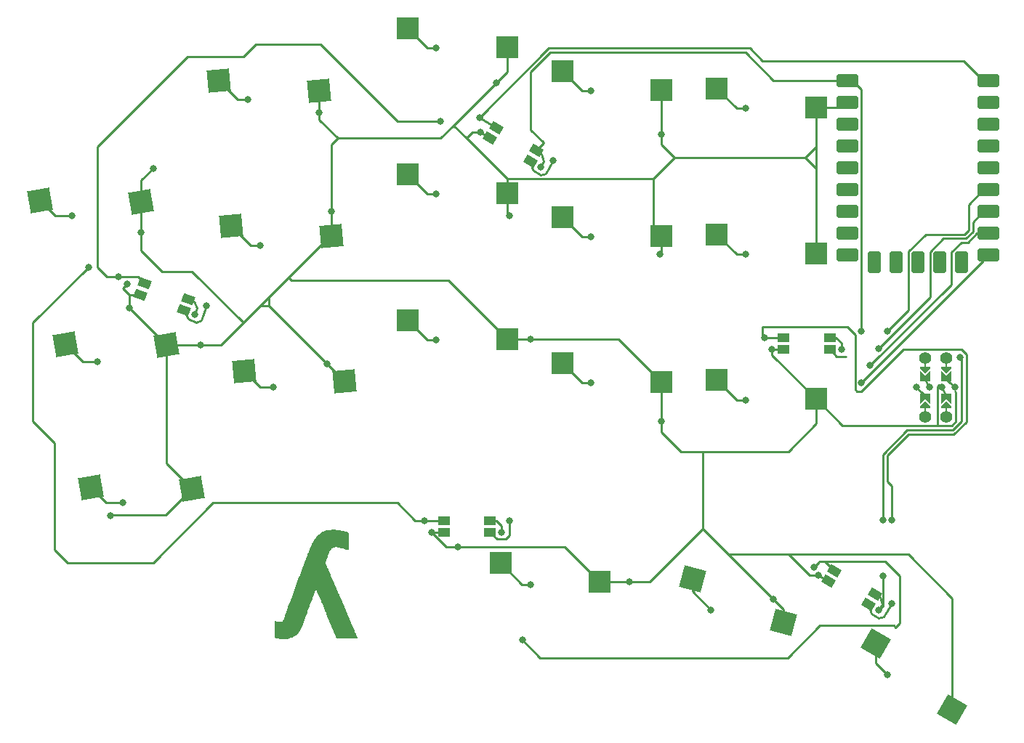
<source format=gbr>
%TF.GenerationSoftware,KiCad,Pcbnew,9.0.3*%
%TF.CreationDate,2025-07-20T18:48:35+02:00*%
%TF.ProjectId,kdb-v1,6b64622d-7631-42e6-9b69-6361645f7063,v1.0.0*%
%TF.SameCoordinates,Original*%
%TF.FileFunction,Copper,L2,Bot*%
%TF.FilePolarity,Positive*%
%FSLAX46Y46*%
G04 Gerber Fmt 4.6, Leading zero omitted, Abs format (unit mm)*
G04 Created by KiCad (PCBNEW 9.0.3) date 2025-07-20 18:48:35*
%MOMM*%
%LPD*%
G01*
G04 APERTURE LIST*
G04 Aperture macros list*
%AMRoundRect*
0 Rectangle with rounded corners*
0 $1 Rounding radius*
0 $2 $3 $4 $5 $6 $7 $8 $9 X,Y pos of 4 corners*
0 Add a 4 corners polygon primitive as box body*
4,1,4,$2,$3,$4,$5,$6,$7,$8,$9,$2,$3,0*
0 Add four circle primitives for the rounded corners*
1,1,$1+$1,$2,$3*
1,1,$1+$1,$4,$5*
1,1,$1+$1,$6,$7*
1,1,$1+$1,$8,$9*
0 Add four rect primitives between the rounded corners*
20,1,$1+$1,$2,$3,$4,$5,0*
20,1,$1+$1,$4,$5,$6,$7,0*
20,1,$1+$1,$6,$7,$8,$9,0*
20,1,$1+$1,$8,$9,$2,$3,0*%
%AMRotRect*
0 Rectangle, with rotation*
0 The origin of the aperture is its center*
0 $1 length*
0 $2 width*
0 $3 Rotation angle, in degrees counterclockwise*
0 Add horizontal line*
21,1,$1,$2,0,0,$3*%
%AMFreePoly0*
4,1,5,0.125000,-0.500000,-0.125000,-0.500000,-0.125000,0.500000,0.125000,0.500000,0.125000,-0.500000,0.125000,-0.500000,$1*%
%AMFreePoly1*
4,1,6,0.600000,-0.200000,0.600000,-0.400000,-0.600000,-0.400000,-0.600000,-0.200000,0.000000,0.400000,0.600000,-0.200000,0.600000,-0.200000,$1*%
%AMFreePoly2*
4,1,45,1.052606,1.104490,1.087370,1.070282,1.106397,1.025374,1.106791,0.976602,1.088490,0.931394,1.073098,0.912327,0.089098,-0.087673,0.070282,-0.103370,0.069811,-0.103568,0.069446,-0.103934,0.047313,-0.113101,0.025375,-0.122398,0.024859,-0.122401,0.024386,-0.122598,0.000555,-0.122598,-0.023397,-0.122791,-0.023874,-0.122598,-0.024386,-0.122598,-0.046532,-0.113424,-0.068606,-0.104490,
-0.068969,-0.104131,-0.069446,-0.103934,-0.086425,-0.086954,-0.103370,-0.070282,-0.103568,-0.069811,-0.103934,-0.069446,-0.113101,-0.047313,-0.122398,-0.025375,-0.122402,-0.024858,-0.122598,-0.024386,-0.122598,-0.000554,-0.122791,0.023397,-0.122598,0.023873,-0.122598,0.024386,-0.113424,0.046532,-0.104490,0.068606,-0.104063,0.069132,-0.103934,0.069446,-0.103295,0.070084,-0.089098,0.087673,
0.894901,1.087672,0.913717,1.103370,0.958625,1.122397,1.007397,1.122791,1.052606,1.104490,1.052606,1.104490,$1*%
%AMFreePoly3*
4,1,6,0.600000,-1.000000,0.000000,-0.400000,-0.600000,-1.000000,-0.600000,0.250000,0.600000,0.250000,0.600000,-1.000000,0.600000,-1.000000,$1*%
%AMFreePoly4*
4,1,45,1.045199,0.608994,1.082250,0.577277,1.104344,0.533797,1.108117,0.485170,1.092994,0.438801,1.061277,0.401750,1.040625,0.388561,0.056625,-0.111439,0.033797,-0.120344,0.028915,-0.120721,0.024386,-0.122598,0.004748,-0.122598,-0.014829,-0.124117,-0.019487,-0.122598,-0.024386,-0.122598,-0.042537,-0.115079,-0.061199,-0.108994,-0.064918,-0.105809,-0.069446,-0.103934,-0.083338,-0.090041,
-0.098250,-0.077278,-0.100467,-0.072912,-0.103934,-0.069446,-0.111455,-0.051287,-0.120344,-0.033797,-0.120721,-0.028915,-0.122598,-0.024386,-0.122598,-0.004747,-0.124117,0.014829,-0.122598,0.019486,-0.122598,0.024386,-0.115079,0.042537,-0.108994,0.061199,-0.105809,0.064918,-0.103934,0.069446,-0.090041,0.083338,-0.077278,0.098250,-0.071336,0.102043,-0.069446,0.103934,-0.066399,0.105195,
-0.056625,0.111439,0.927374,0.611438,0.950203,0.620344,0.998829,0.624117,1.045199,0.608994,1.045199,0.608994,$1*%
G04 Aperture macros list end*
%TA.AperFunction,EtchedComponent*%
%ADD10C,0.000000*%
%TD*%
%TA.AperFunction,SMDPad,CuDef*%
%ADD11R,2.600000X2.600000*%
%TD*%
%TA.AperFunction,SMDPad,CuDef*%
%ADD12RotRect,2.600000X2.600000X5.000000*%
%TD*%
%TA.AperFunction,ComponentPad*%
%ADD13RoundRect,0.400000X-0.900000X-0.400000X0.900000X-0.400000X0.900000X0.400000X-0.900000X0.400000X0*%
%TD*%
%TA.AperFunction,ComponentPad*%
%ADD14RoundRect,0.400050X-0.899950X-0.400050X0.899950X-0.400050X0.899950X0.400050X-0.899950X0.400050X0*%
%TD*%
%TA.AperFunction,ComponentPad*%
%ADD15RoundRect,0.400000X-0.400000X-0.900000X0.400000X-0.900000X0.400000X0.900000X-0.400000X0.900000X0*%
%TD*%
%TA.AperFunction,ComponentPad*%
%ADD16RoundRect,0.393700X-0.393700X-0.906300X0.393700X-0.906300X0.393700X0.906300X-0.393700X0.906300X0*%
%TD*%
%TA.AperFunction,SMDPad,CuDef*%
%ADD17RotRect,2.600000X2.600000X330.000000*%
%TD*%
%TA.AperFunction,SMDPad,CuDef*%
%ADD18RotRect,2.600000X2.600000X345.000000*%
%TD*%
%TA.AperFunction,SMDPad,CuDef*%
%ADD19RotRect,2.600000X2.600000X10.000000*%
%TD*%
%TA.AperFunction,ComponentPad*%
%ADD20C,1.400000*%
%TD*%
%TA.AperFunction,SMDPad,CuDef*%
%ADD21FreePoly0,180.000000*%
%TD*%
%TA.AperFunction,SMDPad,CuDef*%
%ADD22FreePoly1,180.000000*%
%TD*%
%TA.AperFunction,SMDPad,CuDef*%
%ADD23FreePoly1,0.000000*%
%TD*%
%TA.AperFunction,SMDPad,CuDef*%
%ADD24FreePoly0,0.000000*%
%TD*%
%TA.AperFunction,SMDPad,CuDef*%
%ADD25FreePoly2,270.000000*%
%TD*%
%TA.AperFunction,SMDPad,CuDef*%
%ADD26FreePoly3,180.000000*%
%TD*%
%TA.AperFunction,ComponentPad*%
%ADD27C,0.800000*%
%TD*%
%TA.AperFunction,SMDPad,CuDef*%
%ADD28FreePoly4,90.000000*%
%TD*%
%TA.AperFunction,SMDPad,CuDef*%
%ADD29FreePoly3,0.000000*%
%TD*%
%TA.AperFunction,SMDPad,CuDef*%
%ADD30FreePoly4,270.000000*%
%TD*%
%TA.AperFunction,SMDPad,CuDef*%
%ADD31FreePoly2,90.000000*%
%TD*%
%TA.AperFunction,SMDPad,CuDef*%
%ADD32R,1.400000X1.000000*%
%TD*%
%TA.AperFunction,SMDPad,CuDef*%
%ADD33RotRect,1.400000X1.000000X330.000000*%
%TD*%
%TA.AperFunction,SMDPad,CuDef*%
%ADD34RotRect,1.400000X1.000000X340.000000*%
%TD*%
%TA.AperFunction,ViaPad*%
%ADD35C,0.800000*%
%TD*%
%TA.AperFunction,Conductor*%
%ADD36C,0.250000*%
%TD*%
G04 APERTURE END LIST*
D10*
%TA.AperFunction,EtchedComponent*%
%TO.C,G\u002A\u002A\u002A*%
G36*
X124174881Y-99636141D02*
G01*
X124355594Y-99644683D01*
X124530044Y-99658570D01*
X124694299Y-99677666D01*
X124844429Y-99701833D01*
X124976499Y-99730933D01*
X124988533Y-99734044D01*
X125097173Y-99761579D01*
X125188582Y-99783516D01*
X125266687Y-99800669D01*
X125335411Y-99813855D01*
X125398679Y-99823891D01*
X125460416Y-99831593D01*
X125504804Y-99836673D01*
X125541497Y-99842533D01*
X125571201Y-99851013D01*
X125600347Y-99864579D01*
X125635364Y-99885695D01*
X125682680Y-99916829D01*
X125792405Y-99989763D01*
X125792405Y-101003308D01*
X125792401Y-101101279D01*
X125792358Y-101263756D01*
X125792249Y-101405820D01*
X125792046Y-101528824D01*
X125791724Y-101634124D01*
X125791255Y-101723071D01*
X125790614Y-101797022D01*
X125789774Y-101857328D01*
X125788708Y-101905346D01*
X125787390Y-101942427D01*
X125785794Y-101969928D01*
X125783893Y-101989200D01*
X125781661Y-102001599D01*
X125779071Y-102008479D01*
X125776096Y-102011192D01*
X125772711Y-102011094D01*
X125767609Y-102009630D01*
X125742412Y-102002493D01*
X125700524Y-101990678D01*
X125645336Y-101975141D01*
X125580240Y-101956838D01*
X125508627Y-101936722D01*
X125479476Y-101928485D01*
X125406898Y-101907522D01*
X125340342Y-101887684D01*
X125283730Y-101870173D01*
X125240984Y-101856194D01*
X125216027Y-101846949D01*
X125202943Y-101842155D01*
X125167391Y-101831231D01*
X125115878Y-101816638D01*
X125051963Y-101799300D01*
X124979209Y-101780139D01*
X124901174Y-101760078D01*
X124821419Y-101740038D01*
X124743504Y-101720943D01*
X124670990Y-101703714D01*
X124607437Y-101689274D01*
X124577191Y-101683546D01*
X124507556Y-101674430D01*
X124427419Y-101667751D01*
X124344555Y-101663942D01*
X124266739Y-101663437D01*
X124201746Y-101666668D01*
X124174566Y-101669572D01*
X124119828Y-101678125D01*
X124063030Y-101691292D01*
X123998017Y-101710613D01*
X123918635Y-101737633D01*
X123911885Y-101740797D01*
X123884678Y-101759874D01*
X123847491Y-101791489D01*
X123803692Y-101832253D01*
X123756650Y-101878777D01*
X123709733Y-101927675D01*
X123666309Y-101975558D01*
X123629745Y-102019037D01*
X123603411Y-102054725D01*
X123577083Y-102097760D01*
X123545420Y-102157101D01*
X123512479Y-102227248D01*
X123477746Y-102309583D01*
X123440713Y-102405486D01*
X123400867Y-102516340D01*
X123357698Y-102643526D01*
X123310694Y-102788426D01*
X123259345Y-102952421D01*
X123203140Y-103136893D01*
X123089519Y-103513999D01*
X123111829Y-103566507D01*
X123112420Y-103567896D01*
X123122810Y-103592278D01*
X123141399Y-103635845D01*
X123167601Y-103697226D01*
X123200833Y-103775054D01*
X123240508Y-103867959D01*
X123286043Y-103974571D01*
X123336851Y-104093522D01*
X123392349Y-104223443D01*
X123451951Y-104362964D01*
X123515071Y-104510716D01*
X123581126Y-104665331D01*
X123649530Y-104825438D01*
X123719698Y-104989670D01*
X123791046Y-105156656D01*
X123862988Y-105325029D01*
X123934939Y-105493417D01*
X124006314Y-105660454D01*
X124076529Y-105824768D01*
X124144998Y-105984992D01*
X124211136Y-106139756D01*
X124274359Y-106287691D01*
X124334082Y-106427428D01*
X124389719Y-106557597D01*
X124440686Y-106676830D01*
X124486397Y-106783758D01*
X124526268Y-106877011D01*
X124559305Y-106954277D01*
X124608659Y-107069716D01*
X124663784Y-107198659D01*
X124724235Y-107340071D01*
X124789570Y-107492915D01*
X124859347Y-107656154D01*
X124933122Y-107828753D01*
X125010452Y-108009674D01*
X125090895Y-108197882D01*
X125174008Y-108392340D01*
X125259347Y-108592011D01*
X125346469Y-108795860D01*
X125434933Y-109002850D01*
X125524294Y-109211943D01*
X125614111Y-109422105D01*
X125703940Y-109632299D01*
X125793338Y-109841487D01*
X125881862Y-110048634D01*
X125969069Y-110252704D01*
X126054517Y-110452660D01*
X126137763Y-110647465D01*
X126218364Y-110836083D01*
X126295876Y-111017478D01*
X126369857Y-111190613D01*
X126439864Y-111354453D01*
X126505454Y-111507959D01*
X126566184Y-111650097D01*
X126621612Y-111779830D01*
X126671293Y-111896120D01*
X126714787Y-111997933D01*
X126751648Y-112084231D01*
X126781436Y-112153979D01*
X126803706Y-112206139D01*
X126818016Y-112239675D01*
X126823923Y-112253551D01*
X126839318Y-112290126D01*
X125598427Y-112289836D01*
X124357536Y-112289547D01*
X123209750Y-109507315D01*
X123136290Y-109329261D01*
X123017343Y-109041019D01*
X122906516Y-108772546D01*
X122803530Y-108523181D01*
X122708109Y-108292262D01*
X122619975Y-108079129D01*
X122538852Y-107883121D01*
X122464462Y-107703575D01*
X122396528Y-107539832D01*
X122334772Y-107391229D01*
X122278919Y-107257105D01*
X122228689Y-107136800D01*
X122183807Y-107029651D01*
X122143995Y-106934999D01*
X122108976Y-106852181D01*
X122078473Y-106780537D01*
X122052208Y-106719404D01*
X122029904Y-106668123D01*
X122011285Y-106626032D01*
X121996073Y-106592469D01*
X121983990Y-106566773D01*
X121974760Y-106548284D01*
X121968105Y-106536340D01*
X121963749Y-106530279D01*
X121961414Y-106529441D01*
X121959540Y-106534135D01*
X121950539Y-106558139D01*
X121934464Y-106601551D01*
X121911701Y-106663317D01*
X121882636Y-106742384D01*
X121847654Y-106837698D01*
X121807141Y-106948205D01*
X121761483Y-107072852D01*
X121711067Y-107210583D01*
X121656278Y-107360345D01*
X121597501Y-107521084D01*
X121535123Y-107691747D01*
X121469530Y-107871280D01*
X121401107Y-108058627D01*
X121330240Y-108252737D01*
X121257315Y-108452554D01*
X121218621Y-108558553D01*
X121145508Y-108758598D01*
X121074096Y-108953680D01*
X121004812Y-109142644D01*
X120938086Y-109324333D01*
X120874343Y-109497591D01*
X120814014Y-109661260D01*
X120757525Y-109814186D01*
X120705304Y-109955210D01*
X120657779Y-110083177D01*
X120615379Y-110196930D01*
X120578531Y-110295313D01*
X120547664Y-110377170D01*
X120523204Y-110441343D01*
X120505581Y-110486676D01*
X120495222Y-110512013D01*
X120489987Y-110523953D01*
X120460972Y-110591411D01*
X120428182Y-110669300D01*
X120395260Y-110748901D01*
X120365853Y-110821495D01*
X120356335Y-110845159D01*
X120328361Y-110913150D01*
X120300026Y-110980088D01*
X120274165Y-111039329D01*
X120253618Y-111084232D01*
X120239159Y-111112750D01*
X120202816Y-111176861D01*
X120156042Y-111252800D01*
X120101318Y-111336942D01*
X120041125Y-111425663D01*
X119977944Y-111515339D01*
X119914256Y-111602343D01*
X119852541Y-111683053D01*
X119795281Y-111753844D01*
X119700985Y-111854608D01*
X119575303Y-111963231D01*
X119434447Y-112061668D01*
X119282037Y-112147145D01*
X119208872Y-112180198D01*
X119111912Y-112217660D01*
X119004060Y-112254266D01*
X118891346Y-112288211D01*
X118779795Y-112317690D01*
X118675437Y-112340900D01*
X118584297Y-112356035D01*
X118570687Y-112357540D01*
X118518464Y-112361220D01*
X118449703Y-112364009D01*
X118368809Y-112365895D01*
X118280187Y-112366868D01*
X118188240Y-112366918D01*
X118097374Y-112366035D01*
X118011993Y-112364208D01*
X117936501Y-112361428D01*
X117875303Y-112357683D01*
X117812751Y-112352326D01*
X117744352Y-112345252D01*
X117681061Y-112336840D01*
X117617513Y-112326171D01*
X117548345Y-112312327D01*
X117468192Y-112294389D01*
X117371692Y-112271438D01*
X117160682Y-112220375D01*
X117160682Y-111242187D01*
X117160682Y-110263999D01*
X117186003Y-110269759D01*
X117202542Y-110272960D01*
X117238224Y-110279313D01*
X117288340Y-110287964D01*
X117348826Y-110298215D01*
X117415621Y-110309362D01*
X117441165Y-110313549D01*
X117522992Y-110326011D01*
X117592663Y-110334538D01*
X117657900Y-110339799D01*
X117726425Y-110342465D01*
X117805960Y-110343205D01*
X117848088Y-110342942D01*
X117909049Y-110341597D01*
X117960917Y-110339305D01*
X117999221Y-110336285D01*
X118019490Y-110332755D01*
X118041656Y-110316315D01*
X118058983Y-110287861D01*
X118062956Y-110278128D01*
X118081284Y-110244666D01*
X118104708Y-110211093D01*
X118121738Y-110188267D01*
X118149643Y-110147232D01*
X118175672Y-110105477D01*
X118192343Y-110077856D01*
X118224286Y-110027195D01*
X118254399Y-109981684D01*
X118255693Y-109979787D01*
X118302029Y-109893659D01*
X118334233Y-109795072D01*
X118350183Y-109690480D01*
X118350758Y-109679606D01*
X118351089Y-109669307D01*
X118351458Y-109659835D01*
X118352235Y-109650145D01*
X118353793Y-109639195D01*
X118356503Y-109625938D01*
X118360737Y-109609333D01*
X118366865Y-109588334D01*
X118375259Y-109561898D01*
X118386292Y-109528980D01*
X118400333Y-109488536D01*
X118417756Y-109439523D01*
X118438930Y-109380895D01*
X118464228Y-109311610D01*
X118494022Y-109230623D01*
X118528682Y-109136889D01*
X118568580Y-109029365D01*
X118614088Y-108907007D01*
X118665576Y-108768771D01*
X118723418Y-108613612D01*
X118787983Y-108440487D01*
X118859644Y-108248351D01*
X118938772Y-108036160D01*
X118992743Y-107891403D01*
X119071963Y-107678905D01*
X119154794Y-107456700D01*
X119240826Y-107225889D01*
X119329649Y-106987571D01*
X119420853Y-106742846D01*
X119514029Y-106492815D01*
X119608767Y-106238577D01*
X119704657Y-105981231D01*
X119801290Y-105721878D01*
X119898256Y-105461618D01*
X119995146Y-105201551D01*
X120091549Y-104942776D01*
X120187056Y-104686393D01*
X120281257Y-104433503D01*
X120373742Y-104185205D01*
X120464103Y-103942599D01*
X120551928Y-103706784D01*
X120636809Y-103478862D01*
X120718336Y-103259931D01*
X120796099Y-103051092D01*
X120869688Y-102853444D01*
X120938694Y-102668087D01*
X121002707Y-102496122D01*
X121061317Y-102338648D01*
X121114115Y-102196765D01*
X121160691Y-102071572D01*
X121200635Y-101964171D01*
X121233537Y-101875660D01*
X121258989Y-101807140D01*
X121276329Y-101761279D01*
X121304202Y-101691168D01*
X121334679Y-101619134D01*
X121369135Y-101542210D01*
X121408942Y-101457429D01*
X121455473Y-101361824D01*
X121510102Y-101252430D01*
X121574203Y-101126280D01*
X121584706Y-101105764D01*
X121634823Y-101008949D01*
X121678365Y-100927757D01*
X121718005Y-100858271D01*
X121756416Y-100796577D01*
X121796270Y-100738759D01*
X121840240Y-100680900D01*
X121890998Y-100619086D01*
X121951218Y-100549401D01*
X122023572Y-100467928D01*
X122081873Y-100403529D01*
X122193379Y-100285187D01*
X122295609Y-100183462D01*
X122387902Y-100098974D01*
X122469598Y-100032340D01*
X122540035Y-99984181D01*
X122541981Y-99983015D01*
X122705031Y-99892847D01*
X122870643Y-99815375D01*
X123034999Y-99752070D01*
X123194286Y-99704405D01*
X123344687Y-99673850D01*
X123468054Y-99658186D01*
X123634493Y-99643968D01*
X123810399Y-99635646D01*
X123991839Y-99633083D01*
X124174881Y-99636141D01*
G37*
%TD.AperFunction*%
%TD*%
D11*
%TO.P,S10,1*%
%TO.N,GP8*%
X150672865Y-80192410D03*
%TO.P,S10,2*%
%TO.N,GND*%
X162222865Y-82392410D03*
%TD*%
D12*
%TO.P,S6,1*%
%TO.N,GP26*%
X110624379Y-47270605D03*
%TO.P,S6,2*%
%TO.N,GND*%
X122322170Y-48455584D03*
%TD*%
D11*
%TO.P,S14,1*%
%TO.N,GP14*%
X168672865Y-65192410D03*
%TO.P,S14,2*%
%TO.N,GND*%
X180222865Y-67392410D03*
%TD*%
D13*
%TO.P,RP2040Zero1,1*%
%TO.N,GP0*%
X200327865Y-47282410D03*
X200327865Y-47282410D03*
%TO.P,RP2040Zero1,2*%
%TO.N,GP1*%
X200327865Y-49822410D03*
X200327865Y-49822410D03*
%TO.P,RP2040Zero1,3*%
%TO.N,GP2*%
X200327865Y-52362410D03*
X200327865Y-52362410D03*
%TO.P,RP2040Zero1,4*%
%TO.N,GP3*%
X200327865Y-54902410D03*
X200327865Y-54902410D03*
%TO.P,RP2040Zero1,5*%
%TO.N,GP4*%
X200327865Y-57442410D03*
X200327865Y-57442410D03*
D14*
%TO.P,RP2040Zero1,6*%
%TO.N,GP5*%
X200327865Y-59982410D03*
X200327865Y-59982410D03*
%TO.P,RP2040Zero1,7*%
%TO.N,GP6*%
X200327865Y-62522410D03*
X200327865Y-62522410D03*
%TO.P,RP2040Zero1,8*%
%TO.N,GP7*%
X200327865Y-65062410D03*
X200327865Y-65062410D03*
%TO.P,RP2040Zero1,9*%
%TO.N,GP8*%
X200327865Y-67602410D03*
X200327865Y-67602410D03*
D15*
%TO.P,RP2040Zero1,10*%
%TO.N,GP9*%
X197187865Y-68412410D03*
X197187865Y-68412410D03*
D16*
%TO.P,RP2040Zero1,11*%
%TO.N,GP10*%
X194647865Y-68412410D03*
X194647865Y-68412410D03*
%TO.P,RP2040Zero1,12*%
%TO.N,GP11*%
X192107865Y-68412410D03*
X192107865Y-68412410D03*
%TO.P,RP2040Zero1,13*%
%TO.N,GP12*%
X189567865Y-68412410D03*
X189567865Y-68412410D03*
%TO.P,RP2040Zero1,14*%
%TO.N,GP13*%
X187027865Y-68412410D03*
X187027865Y-68412410D03*
D14*
%TO.P,RP2040Zero1,15*%
%TO.N,GP14*%
X183887865Y-67602410D03*
X183887865Y-67602410D03*
%TO.P,RP2040Zero1,16*%
%TO.N,GP15*%
X183887865Y-65062410D03*
X183887865Y-65062410D03*
%TO.P,RP2040Zero1,17*%
%TO.N,GP26*%
X183887865Y-62522410D03*
X183887865Y-62522410D03*
%TO.P,RP2040Zero1,18*%
%TO.N,GP27*%
X183887865Y-59982410D03*
X183887865Y-59982410D03*
%TO.P,RP2040Zero1,19*%
%TO.N,P5V*%
X183887865Y-47282410D03*
X183887865Y-47282410D03*
%TO.P,RP2040Zero1,20*%
%TO.N,GND*%
X183887865Y-49822410D03*
X183887865Y-49822410D03*
%TO.P,RP2040Zero1,21*%
%TO.N,P3V3*%
X183887865Y-52362410D03*
X183887865Y-52362410D03*
%TO.P,RP2040Zero1,22*%
%TO.N,GP28*%
X183887865Y-57442410D03*
X183887865Y-57442410D03*
%TO.P,RP2040Zero1,23*%
%TO.N,GP29*%
X183887865Y-54902410D03*
X183887865Y-54902410D03*
%TD*%
D17*
%TO.P,S18,1*%
%TO.N,GP2*%
X187200630Y-112907614D03*
%TO.P,S18,2*%
%TO.N,GND*%
X196103223Y-120587870D03*
%TD*%
D11*
%TO.P,S12,1*%
%TO.N,GP28*%
X150672865Y-46192410D03*
%TO.P,S12,2*%
%TO.N,GND*%
X162222865Y-48392410D03*
%TD*%
%TO.P,S8,1*%
%TO.N,GP12*%
X132672865Y-58192410D03*
%TO.P,S8,2*%
%TO.N,GND*%
X144222865Y-60392410D03*
%TD*%
%TO.P,S11,1*%
%TO.N,GP13*%
X150672865Y-63192410D03*
%TO.P,S11,2*%
%TO.N,GND*%
X162222865Y-65392410D03*
%TD*%
%TO.P,S15,1*%
%TO.N,GP29*%
X168672865Y-48192410D03*
%TO.P,S15,2*%
%TO.N,GND*%
X180222865Y-50392410D03*
%TD*%
D18*
%TO.P,S17,1*%
%TO.N,GP3*%
X165824431Y-105347519D03*
%TO.P,S17,2*%
%TO.N,GND*%
X176411473Y-110461916D03*
%TD*%
D19*
%TO.P,S3,1*%
%TO.N,GP15*%
X89837510Y-61225628D03*
%TO.P,S3,2*%
%TO.N,GND*%
X101594065Y-61386568D03*
%TD*%
D11*
%TO.P,S9,1*%
%TO.N,GP27*%
X132672865Y-41192410D03*
%TO.P,S9,2*%
%TO.N,GND*%
X144222865Y-43392410D03*
%TD*%
D12*
%TO.P,S5,1*%
%TO.N,GP11*%
X112106027Y-64205915D03*
%TO.P,S5,2*%
%TO.N,GND*%
X123803818Y-65390894D03*
%TD*%
D20*
%TO.P,AdamTech-MDJ004FS1,*%
%TO.N,*%
X195407865Y-79642410D03*
X192907865Y-79642410D03*
D21*
X195407865Y-80534410D03*
X192907865Y-80534410D03*
D22*
X195407865Y-81042410D03*
X192907865Y-81042410D03*
D23*
X192915865Y-85034410D03*
X195407865Y-85042410D03*
D24*
X192915865Y-85542410D03*
X195407865Y-85550410D03*
D20*
X195407865Y-86442410D03*
X192907865Y-86442410D03*
D25*
%TO.P,AdamTech-MDJ004FS1,3*%
%TO.N,N/C*%
X195407865Y-82058410D03*
D26*
X195407865Y-82058410D03*
D27*
%TO.N,GND*%
X196407865Y-83042410D03*
%TO.P,AdamTech-MDJ004FS1,5*%
X194907865Y-83042410D03*
D28*
%TO.N,N/C*%
X195407865Y-84026410D03*
D29*
X195407865Y-84026410D03*
D30*
%TO.P,AdamTech-MDJ004FS1,6*%
X192907865Y-82058410D03*
D26*
X192907865Y-82058410D03*
D27*
%TO.N,P5V*%
X193407865Y-83042410D03*
%TO.P,AdamTech-MDJ004FS1,8*%
%TO.N,GP1*%
X191907865Y-83042410D03*
D31*
%TO.N,N/C*%
X192915865Y-84018410D03*
D29*
X192915865Y-84018410D03*
%TD*%
D11*
%TO.P,S7,1*%
%TO.N,GP7*%
X132672865Y-75192410D03*
%TO.P,S7,2*%
%TO.N,GND*%
X144222865Y-77392410D03*
%TD*%
D19*
%TO.P,S1,1*%
%TO.N,GP5*%
X95741548Y-94709092D03*
%TO.P,S1,2*%
%TO.N,GND*%
X107498103Y-94870032D03*
%TD*%
D12*
%TO.P,S4,1*%
%TO.N,GP6*%
X113587675Y-81141225D03*
%TO.P,S4,2*%
%TO.N,GND*%
X125285466Y-82326204D03*
%TD*%
D11*
%TO.P,S16,1*%
%TO.N,GP4*%
X143472865Y-103492410D03*
%TO.P,S16,2*%
%TO.N,GND*%
X155022865Y-105692410D03*
%TD*%
D19*
%TO.P,S2,1*%
%TO.N,GP10*%
X92789529Y-77967360D03*
%TO.P,S2,2*%
%TO.N,GND*%
X104546084Y-78128300D03*
%TD*%
D11*
%TO.P,S13,1*%
%TO.N,GP9*%
X168672865Y-82192410D03*
%TO.P,S13,2*%
%TO.N,GND*%
X180222865Y-84392410D03*
%TD*%
D32*
%TO.P,LED5,1*%
%TO.N,P5V*%
X142247865Y-98542410D03*
%TO.P,LED5,2*%
%TO.N,D3*%
X142247865Y-99942410D03*
%TO.P,LED5,3*%
%TO.N,GND*%
X136847865Y-99942410D03*
%TO.P,LED5,4*%
%TO.N,D2*%
X136847865Y-98542410D03*
%TD*%
D33*
%TO.P,LED4,1*%
%TO.N,P5V*%
X187055903Y-107108288D03*
%TO.P,LED4,2*%
%TO.N,D4*%
X186355903Y-108320724D03*
%TO.P,LED4,3*%
%TO.N,GND*%
X181679365Y-105620724D03*
%TO.P,LED4,4*%
%TO.N,D3*%
X182379365Y-104408288D03*
%TD*%
D32*
%TO.P,LED3,1*%
%TO.N,P5V*%
X181847865Y-77242410D03*
%TO.P,LED3,2*%
%TO.N,D5*%
X181847865Y-78642410D03*
%TO.P,LED3,3*%
%TO.N,GND*%
X176447865Y-78642410D03*
%TO.P,LED3,4*%
%TO.N,D4*%
X176447865Y-77242410D03*
%TD*%
D33*
%TO.P,LED2,1*%
%TO.N,P5V*%
X147636134Y-55436192D03*
%TO.P,LED2,2*%
%TO.N,D1*%
X146936134Y-56648628D03*
%TO.P,LED2,3*%
%TO.N,GND*%
X142259596Y-53948628D03*
%TO.P,LED2,4*%
%TO.N,GP0*%
X142959596Y-52736192D03*
%TD*%
D34*
%TO.P,LED1,1*%
%TO.N,P5V*%
X107064224Y-72753152D03*
%TO.P,LED1,2*%
%TO.N,D2*%
X106585396Y-74068721D03*
%TO.P,LED1,3*%
%TO.N,GND*%
X101511056Y-72221812D03*
%TO.P,LED1,4*%
%TO.N,D1*%
X101989884Y-70906243D03*
%TD*%
D35*
%TO.N,GP5*%
X99500000Y-96500000D03*
X188500000Y-76500000D03*
%TO.N,GND*%
X103000000Y-57500000D03*
X147000000Y-77392410D03*
X141081802Y-53268628D03*
X158500000Y-105692410D03*
X144500000Y-63000000D03*
X175087865Y-78642410D03*
X180501571Y-104940724D03*
X98000000Y-98000000D03*
X123803818Y-62500000D03*
X100000000Y-71000000D03*
X100208892Y-73791108D03*
X108500000Y-78128300D03*
X175250000Y-107750000D03*
X162000000Y-67500000D03*
X101594065Y-65000000D03*
X162222865Y-53500000D03*
X143000000Y-47500000D03*
X138500000Y-101616410D03*
X162222865Y-87000000D03*
X122322170Y-51000000D03*
X135487865Y-99942410D03*
X123229631Y-80270369D03*
%TO.N,GP10*%
X96500000Y-80000000D03*
%TO.N,GP15*%
X93500000Y-63000000D03*
%TO.N,GP6*%
X117000000Y-83000000D03*
X187500000Y-78500000D03*
%TO.N,GP11*%
X115500000Y-66500000D03*
%TO.N,GP26*%
X114000000Y-49500000D03*
%TO.N,GP7*%
X186500000Y-80500000D03*
X136000000Y-77500000D03*
%TO.N,GP12*%
X136000000Y-60500000D03*
%TO.N,GP27*%
X136000000Y-43500000D03*
%TO.N,GP8*%
X185500000Y-82500000D03*
X154000000Y-82500000D03*
%TO.N,GP13*%
X154000000Y-65500000D03*
%TO.N,GP28*%
X154000000Y-48500000D03*
%TO.N,GP9*%
X172000000Y-84500000D03*
%TO.N,GP14*%
X172000000Y-67500000D03*
%TO.N,GP29*%
X172000000Y-50500000D03*
%TO.N,GP4*%
X147000000Y-106000000D03*
%TO.N,GP3*%
X168000000Y-109000000D03*
%TO.N,GP2*%
X188500000Y-116500000D03*
%TO.N,P5V*%
X187533697Y-109000724D03*
X188000000Y-98500000D03*
X148113928Y-57328628D03*
X143607865Y-99942410D03*
X185500000Y-76500000D03*
X188000000Y-105000000D03*
X107863378Y-74533869D03*
X197000000Y-79500000D03*
X183207865Y-78642410D03*
%TO.N,GP0*%
X141011039Y-51611192D03*
%TO.N,D1*%
X149584691Y-56561192D03*
X136500000Y-52000000D03*
X99000000Y-70136698D03*
%TO.N,D2*%
X109178533Y-73522697D03*
X134597865Y-98542410D03*
X95500000Y-69000000D03*
%TO.N,D3*%
X180000000Y-104000000D03*
X146000000Y-112500000D03*
X144497865Y-98542410D03*
%TO.N,D4*%
X174197865Y-77242410D03*
X189004460Y-98504460D03*
X189004460Y-108233288D03*
%TD*%
D36*
%TO.N,D1*%
X99000000Y-70136698D02*
X101220339Y-70136698D01*
X101220339Y-70136698D02*
X101989884Y-70906243D01*
%TO.N,GND*%
X100221812Y-72221812D02*
X100221812Y-73778188D01*
X100221812Y-73778188D02*
X100208892Y-73791108D01*
X100000000Y-71000000D02*
X99500000Y-71500000D01*
X99500000Y-71500000D02*
X100221812Y-72221812D01*
X100221812Y-72221812D02*
X101511056Y-72221812D01*
X100000000Y-71000000D02*
X100133252Y-71133252D01*
%TO.N,D1*%
X96492820Y-55007180D02*
X107000000Y-44500000D01*
X131500000Y-52000000D02*
X136500000Y-52000000D01*
X107000000Y-44500000D02*
X113500000Y-44500000D01*
X99000000Y-70136698D02*
X97636698Y-70136698D01*
X122500000Y-43000000D02*
X131500000Y-52000000D01*
X97636698Y-70136698D02*
X96492820Y-68992820D01*
X96492820Y-68992820D02*
X96492820Y-55007180D01*
X113500000Y-44500000D02*
X115000000Y-43000000D01*
X115000000Y-43000000D02*
X122500000Y-43000000D01*
%TO.N,P5V*%
X184487865Y-47282410D02*
X175282410Y-47282410D01*
X175282410Y-47282410D02*
X172000000Y-44000000D01*
X172000000Y-44000000D02*
X149260041Y-44000000D01*
X149260041Y-44000000D02*
X147000000Y-46260041D01*
X147000000Y-53000000D02*
X148500000Y-54500000D01*
X148500000Y-54500000D02*
X148500000Y-54572326D01*
X148500000Y-54572326D02*
X147636134Y-55436192D01*
X147000000Y-46260041D02*
X147000000Y-53000000D01*
%TO.N,GP5*%
X192989053Y-65213410D02*
X197531122Y-65213410D01*
X190994465Y-74005535D02*
X190994465Y-67207998D01*
X99500000Y-96500000D02*
X97532456Y-96500000D01*
X198000000Y-64744532D02*
X198000000Y-61710275D01*
X197531122Y-65213410D02*
X198000000Y-64744532D01*
X190994465Y-67207998D02*
X192989053Y-65213410D01*
X198000000Y-61710275D02*
X199727865Y-59982410D01*
X97532456Y-96500000D02*
X95741548Y-94709092D01*
X188500000Y-76500000D02*
X190994465Y-74005535D01*
%TO.N,GND*%
X138500000Y-101616410D02*
X150946865Y-101616410D01*
X162222865Y-88222865D02*
X164500000Y-90500000D01*
X180222865Y-87277135D02*
X180222865Y-84392410D01*
X176447865Y-78642410D02*
X175087865Y-78642410D01*
X115499797Y-73499797D02*
X116499797Y-72499797D01*
X142259596Y-53948628D02*
X141081802Y-53268628D01*
X158500000Y-105692410D02*
X155022865Y-105692410D01*
X135487865Y-99942410D02*
X137161865Y-101616410D01*
X118749797Y-70249797D02*
X123608700Y-65390894D01*
X167000000Y-90500000D02*
X167000000Y-99500000D01*
X122322170Y-51000000D02*
X122322170Y-48455584D01*
X176411473Y-108911473D02*
X176411473Y-110461916D01*
X144222865Y-77392410D02*
X147000000Y-77392410D01*
X136847865Y-99942410D02*
X135487865Y-99942410D01*
X194381865Y-82921360D02*
X194584340Y-82718885D01*
X175087865Y-78642410D02*
X175087865Y-79257410D01*
X184487865Y-49822410D02*
X183177590Y-49822410D01*
X101594065Y-67094065D02*
X104000000Y-69500000D01*
X138000000Y-52500000D02*
X143000000Y-47500000D01*
X175250000Y-107750000D02*
X176411473Y-108911473D01*
X167000000Y-99500000D02*
X160807590Y-105692410D01*
X104458635Y-97909500D02*
X98090500Y-97909500D01*
X163732910Y-56232910D02*
X162222865Y-54722865D01*
X123803818Y-54696182D02*
X123803818Y-62500000D01*
X123803818Y-62500000D02*
X123803818Y-65390894D01*
X175087865Y-79257410D02*
X180222865Y-84392410D01*
X139500000Y-54000000D02*
X138000000Y-52500000D01*
X141081802Y-53268628D02*
X140231372Y-53268628D01*
X183298865Y-87468410D02*
X194500000Y-87468410D01*
X170000000Y-102500000D02*
X177000000Y-102500000D01*
X180222865Y-84392410D02*
X183298865Y-87468410D01*
X180222865Y-50392410D02*
X180222865Y-55000000D01*
X162222865Y-67277135D02*
X162000000Y-67500000D01*
X144222865Y-60392410D02*
X144222865Y-62722865D01*
X110871294Y-78128300D02*
X113499797Y-75499797D01*
X177000000Y-90500000D02*
X180222865Y-87277135D01*
X124500000Y-54000000D02*
X123803818Y-54696182D01*
X194500000Y-87468410D02*
X194381865Y-87350275D01*
X163732910Y-56232910D02*
X161238880Y-58726940D01*
X118749797Y-70249797D02*
X119095381Y-70595381D01*
X104546084Y-78128300D02*
X104546084Y-91000000D01*
X161238880Y-58726940D02*
X161238880Y-64408425D01*
X98090500Y-97909500D02*
X98000000Y-98000000D01*
X182607590Y-50392410D02*
X180222865Y-50392410D01*
X115499797Y-73499797D02*
X116459059Y-73499797D01*
X194500000Y-87468410D02*
X196031590Y-87468410D01*
X147000000Y-77392410D02*
X157222865Y-77392410D01*
X196031590Y-87468410D02*
X196500000Y-87000000D01*
X144222865Y-58731015D02*
X144226940Y-58726940D01*
X138000000Y-52500000D02*
X136500000Y-54000000D01*
X180222865Y-55000000D02*
X180222865Y-57500000D01*
X164500000Y-90500000D02*
X167000000Y-90500000D01*
X104546084Y-78128300D02*
X100208892Y-73791108D01*
X107500000Y-69500000D02*
X113499797Y-75499797D01*
X116459059Y-73499797D02*
X116459059Y-72540535D01*
X196500000Y-87000000D02*
X196500000Y-83590741D01*
X178989955Y-56232910D02*
X178989955Y-56267090D01*
X101594065Y-65000000D02*
X101594065Y-61386568D01*
X124500000Y-54000000D02*
X122322170Y-51822170D01*
X181679366Y-105620724D02*
X180501571Y-104940724D01*
X104546084Y-91918013D02*
X107498103Y-94870032D01*
X194381865Y-87350275D02*
X194381865Y-82921360D01*
X144222865Y-62722865D02*
X144500000Y-63000000D01*
X162222865Y-87000000D02*
X162222865Y-88222865D01*
X123608700Y-65390894D02*
X123803818Y-65390894D01*
X119095381Y-70595381D02*
X137425836Y-70595381D01*
X150946865Y-101616410D02*
X155022865Y-105692410D01*
X162222865Y-53500000D02*
X162222865Y-48392410D01*
X170000000Y-102500000D02*
X175250000Y-107750000D01*
X180222865Y-55000000D02*
X178989955Y-56232910D01*
X101594065Y-61386568D02*
X101594065Y-58905935D01*
X108500000Y-78128300D02*
X110871294Y-78128300D01*
X101594065Y-58905935D02*
X103000000Y-57500000D01*
X167000000Y-90500000D02*
X177000000Y-90500000D01*
X167000000Y-99500000D02*
X170000000Y-102500000D01*
X143000000Y-47500000D02*
X144222865Y-46277135D01*
X113499797Y-75499797D02*
X115499797Y-73499797D01*
X144222865Y-46277135D02*
X144222865Y-43392410D01*
X123229631Y-80270369D02*
X125285466Y-82326204D01*
X122322170Y-51822170D02*
X122322170Y-51000000D01*
X179440724Y-104940724D02*
X177000000Y-102500000D01*
X144226940Y-58726940D02*
X139500000Y-54000000D01*
X180222865Y-57500000D02*
X180222865Y-67392410D01*
X162222865Y-82392410D02*
X162222865Y-87000000D01*
X104000000Y-69500000D02*
X107500000Y-69500000D01*
X183177590Y-49822410D02*
X182607590Y-50392410D01*
X196103223Y-107603223D02*
X196103223Y-120587870D01*
X160807590Y-105692410D02*
X158500000Y-105692410D01*
X161238880Y-58726940D02*
X144226940Y-58726940D01*
X116459059Y-73499797D02*
X123229631Y-80270369D01*
X144222865Y-60392410D02*
X144222865Y-58731015D01*
X180501571Y-104940724D02*
X179440724Y-104940724D01*
X101594065Y-65000000D02*
X101594065Y-67094065D01*
X107498103Y-94870032D02*
X104458635Y-97909500D01*
X161238880Y-64408425D02*
X162222865Y-65392410D01*
X157222865Y-77392410D02*
X162222865Y-82392410D01*
X116459059Y-72540535D02*
X116499797Y-72499797D01*
X162222865Y-65392410D02*
X162222865Y-67277135D01*
X177000000Y-102500000D02*
X191000000Y-102500000D01*
X178989955Y-56267090D02*
X180222865Y-57500000D01*
X136500000Y-54000000D02*
X124500000Y-54000000D01*
X178989955Y-56232910D02*
X163732910Y-56232910D01*
X104546084Y-91000000D02*
X104546084Y-91918013D01*
X196500000Y-83590741D02*
X196407865Y-83498606D01*
X140231372Y-53268628D02*
X139500000Y-54000000D01*
X104546084Y-78128300D02*
X108500000Y-78128300D01*
X162222865Y-54722865D02*
X162222865Y-53500000D01*
X191000000Y-102500000D02*
X196103223Y-107603223D01*
X137425836Y-70595381D02*
X144222865Y-77392410D01*
X137161865Y-101616410D02*
X138500000Y-101616410D01*
X116499797Y-72499797D02*
X118749797Y-70249797D01*
%TO.N,GP10*%
X96500000Y-80000000D02*
X94822169Y-80000000D01*
X94822169Y-80000000D02*
X92789529Y-77967360D01*
%TO.N,GP15*%
X91611882Y-63000000D02*
X89837510Y-61225628D01*
X93500000Y-63000000D02*
X91611882Y-63000000D01*
%TO.N,GP6*%
X198500000Y-63750275D02*
X199727865Y-62522410D01*
X195078053Y-65664410D02*
X197717932Y-65664410D01*
X197717932Y-65664410D02*
X198500000Y-64882342D01*
X115446450Y-83000000D02*
X113587675Y-81141225D01*
X193500000Y-67242463D02*
X195078053Y-65664410D01*
X187526720Y-78500000D02*
X193500000Y-72526720D01*
X198500000Y-64882342D02*
X198500000Y-63750275D01*
X117000000Y-83000000D02*
X115446450Y-83000000D01*
X187500000Y-78500000D02*
X187526720Y-78500000D01*
X193500000Y-72526720D02*
X193500000Y-67242463D01*
%TO.N,GP11*%
X114400112Y-66500000D02*
X112106027Y-64205915D01*
X115500000Y-66500000D02*
X114400112Y-66500000D01*
%TO.N,GP26*%
X112853774Y-49500000D02*
X110624379Y-47270605D01*
X114000000Y-49500000D02*
X112853774Y-49500000D01*
%TO.N,GP7*%
X198957742Y-65062410D02*
X199727865Y-65062410D01*
X136000000Y-77500000D02*
X134980455Y-77500000D01*
X197158145Y-66115410D02*
X197904742Y-66115410D01*
X196000000Y-67273555D02*
X197158145Y-66115410D01*
X197904742Y-66115410D02*
X198957742Y-65062410D01*
X196000000Y-71026720D02*
X196000000Y-67273555D01*
X186500000Y-80500000D02*
X186526720Y-80500000D01*
X134980455Y-77500000D02*
X132672865Y-75192410D01*
X186526720Y-80500000D02*
X196000000Y-71026720D01*
%TO.N,GP12*%
X134980455Y-60500000D02*
X132672865Y-58192410D01*
X136000000Y-60500000D02*
X134980455Y-60500000D01*
%TO.N,GP27*%
X136000000Y-43500000D02*
X134980455Y-43500000D01*
X134980455Y-43500000D02*
X132672865Y-41192410D01*
%TO.N,GP8*%
X152980455Y-82500000D02*
X150672865Y-80192410D01*
X185526720Y-82500000D02*
X199727865Y-68298855D01*
X154000000Y-82500000D02*
X152980455Y-82500000D01*
X199727865Y-68298855D02*
X199727865Y-67602410D01*
X185500000Y-82500000D02*
X185526720Y-82500000D01*
%TO.N,GP13*%
X152980455Y-65500000D02*
X150672865Y-63192410D01*
X154000000Y-65500000D02*
X152980455Y-65500000D01*
%TO.N,GP28*%
X152980455Y-48500000D02*
X150672865Y-46192410D01*
X154000000Y-48500000D02*
X152980455Y-48500000D01*
%TO.N,GP9*%
X170980455Y-84500000D02*
X168672865Y-82192410D01*
X172000000Y-84500000D02*
X170980455Y-84500000D01*
%TO.N,GP14*%
X170980455Y-67500000D02*
X172000000Y-67500000D01*
X168672865Y-65192410D02*
X170980455Y-67500000D01*
%TO.N,GP29*%
X170980455Y-50500000D02*
X168672865Y-48192410D01*
X172000000Y-50500000D02*
X170980455Y-50500000D01*
%TO.N,GP4*%
X145980455Y-106000000D02*
X143472865Y-103492410D01*
X147000000Y-106000000D02*
X145980455Y-106000000D01*
%TO.N,GP3*%
X165824431Y-106824431D02*
X165824431Y-105347519D01*
X168000000Y-109000000D02*
X165824431Y-106824431D01*
%TO.N,GP2*%
X187200630Y-115200630D02*
X187200630Y-112907614D01*
X188500000Y-116500000D02*
X187200630Y-115200630D01*
%TO.N,P5V*%
X183207865Y-77836494D02*
X183207865Y-78642410D01*
X188000000Y-90862190D02*
X190862190Y-88000000D01*
X143607865Y-99136494D02*
X143607865Y-99942410D01*
X187662121Y-107458288D02*
X187936655Y-108302780D01*
X185513865Y-48308410D02*
X184487865Y-47282410D01*
X190862190Y-88000000D02*
X196137810Y-88000000D01*
X107064225Y-72753152D02*
X107722009Y-72992566D01*
X187055903Y-107108288D02*
X187662121Y-107458288D01*
X188000000Y-108534421D02*
X188000000Y-105000000D01*
X197133865Y-87003945D02*
X197133865Y-79633865D01*
X187936655Y-108302780D02*
X187533697Y-109000724D01*
X142947865Y-98542410D02*
X143607865Y-99136494D01*
X197133865Y-79633865D02*
X197000000Y-79500000D01*
X181847865Y-77242410D02*
X182547865Y-77242410D01*
X196137810Y-88000000D02*
X197133865Y-87003945D01*
X185500000Y-76500000D02*
X185513865Y-76486135D01*
X185513865Y-76486135D02*
X185513865Y-48308410D01*
X187533697Y-109000724D02*
X188000000Y-108534421D01*
X142247865Y-98542410D02*
X142947865Y-98542410D01*
X148242351Y-55786192D02*
X148516886Y-56630684D01*
X147636134Y-55436192D02*
X148242351Y-55786192D01*
X108139018Y-73776555D02*
X107863378Y-74533869D01*
X188000000Y-98500000D02*
X188000000Y-90862190D01*
X148516886Y-56630684D02*
X148113928Y-57328628D01*
X107722009Y-72992566D02*
X108139018Y-73776555D01*
X182547865Y-77242410D02*
X183207865Y-77836494D01*
%TO.N,GP0*%
X197445455Y-45000000D02*
X199727865Y-47282410D01*
X174000000Y-45000000D02*
X197445455Y-45000000D01*
X141011039Y-51611192D02*
X142959596Y-52736192D01*
X149122231Y-43500000D02*
X172500000Y-43500000D01*
X141011039Y-51611192D02*
X149122231Y-43500000D01*
X172500000Y-43500000D02*
X174000000Y-45000000D01*
%TO.N,D1*%
X148704691Y-58085397D02*
X149584691Y-56561192D01*
X148127594Y-58242958D02*
X148704691Y-58085397D01*
X146936134Y-56648628D02*
X147219999Y-57718958D01*
X147219999Y-57718958D02*
X148127594Y-58242958D01*
%TO.N,D2*%
X107050810Y-75073498D02*
X108035608Y-75431935D01*
X134597865Y-98542410D02*
X136847865Y-98542410D01*
X134597865Y-98542410D02*
X133542410Y-98542410D01*
X108035608Y-75431935D02*
X108576577Y-75176556D01*
X89000000Y-75500000D02*
X95500000Y-69000000D01*
X103000000Y-103500000D02*
X93000000Y-103500000D01*
X93000000Y-103500000D02*
X91500000Y-102000000D01*
X110000000Y-96500000D02*
X103000000Y-103500000D01*
X89000000Y-87000000D02*
X89000000Y-75500000D01*
X91500000Y-89500000D02*
X89000000Y-87000000D01*
X91500000Y-102000000D02*
X91500000Y-89500000D01*
X108576577Y-75176556D02*
X109178533Y-73522697D01*
X106585396Y-74068721D02*
X107050810Y-75073498D01*
X133542410Y-98542410D02*
X131500000Y-96500000D01*
X131500000Y-96500000D02*
X110000000Y-96500000D01*
%TO.N,D3*%
X181000000Y-103283288D02*
X188283288Y-103283288D01*
X189305781Y-110805781D02*
X180694219Y-110805781D01*
X180604312Y-103283288D02*
X180604312Y-103395688D01*
X142247865Y-99942410D02*
X143028865Y-100727410D01*
X180694219Y-110805781D02*
X176907185Y-114592815D01*
X181254366Y-103283288D02*
X181000000Y-103283288D01*
X144497865Y-100302410D02*
X144497865Y-98542410D01*
X189500000Y-111000000D02*
X189305781Y-110805781D01*
X190000000Y-105000000D02*
X190000000Y-110500000D01*
X182379366Y-104408288D02*
X181254366Y-103283288D01*
X144076865Y-100727410D02*
X144497865Y-100302410D01*
X180000000Y-104000000D02*
X180121924Y-104000000D01*
X148092815Y-114592815D02*
X146000000Y-112500000D01*
X180604312Y-103395688D02*
X180000000Y-104000000D01*
X190000000Y-110500000D02*
X189500000Y-111000000D01*
X180604312Y-103283288D02*
X181000000Y-103283288D01*
X143028865Y-100727410D02*
X144076865Y-100727410D01*
X188283288Y-103283288D02*
X190000000Y-105000000D01*
X176907185Y-114592815D02*
X148092815Y-114592815D01*
%TO.N,D4*%
X188500000Y-91000000D02*
X191000000Y-88500000D01*
X191000000Y-88500000D02*
X196275620Y-88500000D01*
X197143130Y-78616410D02*
X190410310Y-78616410D01*
X185526720Y-83500000D02*
X185000000Y-83500000D01*
X186639769Y-109391053D02*
X187547363Y-109915053D01*
X174000000Y-76000000D02*
X174000000Y-77044545D01*
X186355903Y-108320724D02*
X186639769Y-109391053D01*
X190410310Y-78616410D02*
X185526720Y-83500000D01*
X183882175Y-76000000D02*
X174000000Y-76000000D01*
X184774000Y-77592995D02*
X184823865Y-77543130D01*
X188500000Y-94000000D02*
X188500000Y-91000000D01*
X189004460Y-98504460D02*
X189004460Y-94504460D01*
X197726000Y-87049620D02*
X197726000Y-79199280D01*
X185000000Y-83500000D02*
X184774000Y-83274000D01*
X184774000Y-83274000D02*
X184774000Y-77592995D01*
X184823865Y-77543130D02*
X184823865Y-76941690D01*
X188124460Y-109757493D02*
X189004460Y-108233288D01*
X187547363Y-109915053D02*
X188124460Y-109757493D01*
X197726000Y-79199280D02*
X197143130Y-78616410D01*
X174197865Y-77242410D02*
X176447865Y-77242410D01*
X174000000Y-77044545D02*
X174197865Y-77242410D01*
X189004460Y-94504460D02*
X188500000Y-94000000D01*
X196275620Y-88500000D02*
X197726000Y-87049620D01*
X184823865Y-76941690D02*
X183882175Y-76000000D01*
%TO.N,D5*%
X182628865Y-79427410D02*
X183676865Y-79427410D01*
X181847865Y-78642410D02*
X182628865Y-79427410D01*
%TD*%
M02*

</source>
